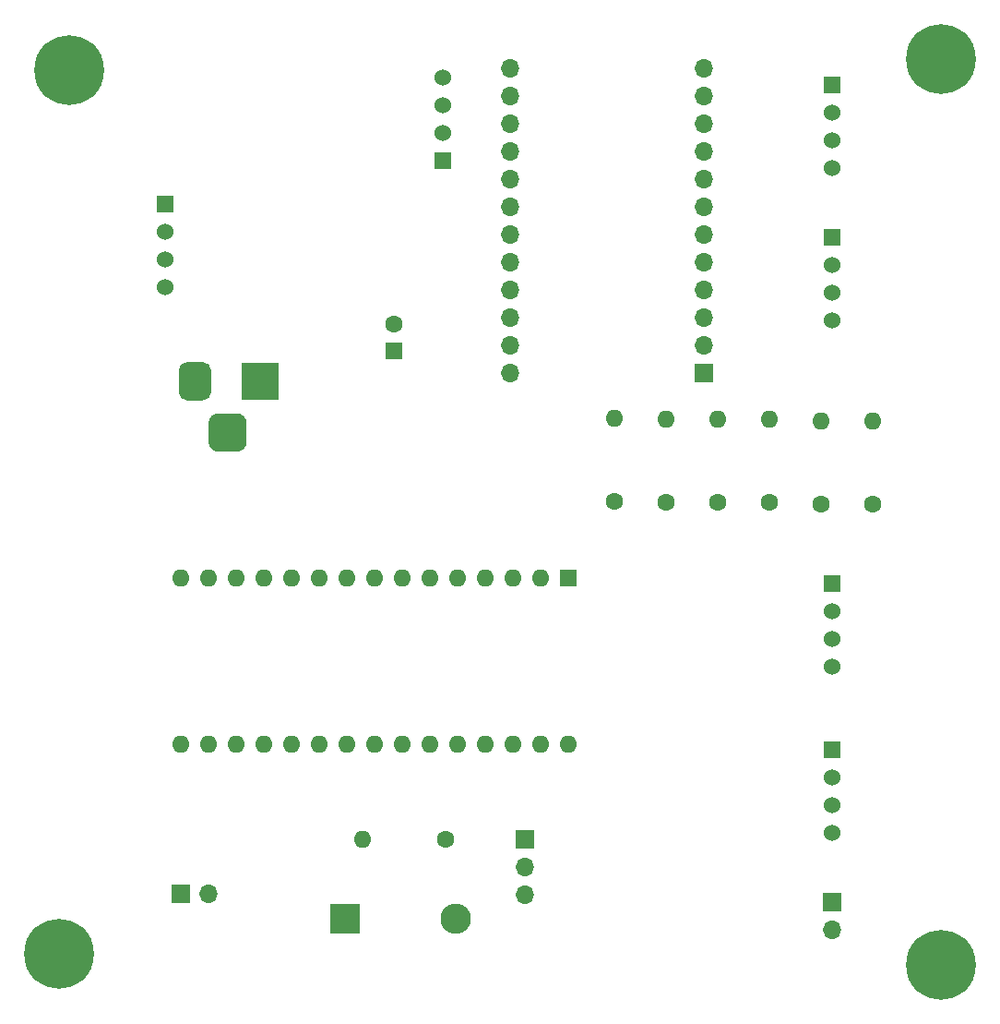
<source format=gbr>
%TF.GenerationSoftware,KiCad,Pcbnew,(5.1.12)-1*%
%TF.CreationDate,2022-05-12T22:17:49+01:00*%
%TF.ProjectId,main_circuit,6d61696e-5f63-4697-9263-7569742e6b69,rev?*%
%TF.SameCoordinates,Original*%
%TF.FileFunction,Soldermask,Top*%
%TF.FilePolarity,Negative*%
%FSLAX46Y46*%
G04 Gerber Fmt 4.6, Leading zero omitted, Abs format (unit mm)*
G04 Created by KiCad (PCBNEW (5.1.12)-1) date 2022-05-12 22:17:49*
%MOMM*%
%LPD*%
G01*
G04 APERTURE LIST*
%ADD10C,6.400000*%
%ADD11R,1.524000X1.524000*%
%ADD12C,1.524000*%
%ADD13R,1.600000X1.600000*%
%ADD14O,1.600000X1.600000*%
%ADD15C,1.600000*%
%ADD16R,2.800000X2.800000*%
%ADD17O,2.800000X2.800000*%
%ADD18R,3.500000X3.500000*%
%ADD19O,1.700000X1.700000*%
%ADD20R,1.700000X1.700000*%
G04 APERTURE END LIST*
D10*
%TO.C,H4*%
X181000000Y-123000000D03*
%TD*%
%TO.C,H3*%
X181000000Y-40000000D03*
%TD*%
%TO.C,H2*%
X100000000Y-122000000D03*
%TD*%
%TO.C,H1*%
X101000000Y-41000000D03*
%TD*%
D11*
%TO.C,3.3vDC1*%
X109750000Y-53250000D03*
D12*
X109750000Y-55790000D03*
X109750000Y-58330000D03*
X109750000Y-60870000D03*
%TD*%
%TO.C,5vDC1*%
X135250000Y-41630000D03*
X135250000Y-44170000D03*
X135250000Y-46710000D03*
D11*
X135250000Y-49250000D03*
%TD*%
D13*
%TO.C,A1*%
X146750000Y-87500000D03*
D14*
X113730000Y-102740000D03*
X144210000Y-87500000D03*
X116270000Y-102740000D03*
X141670000Y-87500000D03*
X118810000Y-102740000D03*
X139130000Y-87500000D03*
X121350000Y-102740000D03*
X136590000Y-87500000D03*
X123890000Y-102740000D03*
X134050000Y-87500000D03*
X126430000Y-102740000D03*
X131510000Y-87500000D03*
X128970000Y-102740000D03*
X128970000Y-87500000D03*
X131510000Y-102740000D03*
X126430000Y-87500000D03*
X134050000Y-102740000D03*
X123890000Y-87500000D03*
X136590000Y-102740000D03*
X121350000Y-87500000D03*
X139130000Y-102740000D03*
X118810000Y-87500000D03*
X141670000Y-102740000D03*
X116270000Y-87500000D03*
X144210000Y-102740000D03*
X113730000Y-87500000D03*
X146750000Y-102740000D03*
X111190000Y-87500000D03*
X111190000Y-102740000D03*
%TD*%
D13*
%TO.C,C1*%
X130750000Y-66750000D03*
D15*
X130750000Y-64250000D03*
%TD*%
D16*
%TO.C,D2*%
X126250000Y-118750000D03*
D17*
X136410000Y-118750000D03*
%TD*%
D18*
%TO.C,J1*%
X118500000Y-69500000D03*
G36*
G01*
X111000000Y-70500000D02*
X111000000Y-68500000D01*
G75*
G02*
X111750000Y-67750000I750000J0D01*
G01*
X113250000Y-67750000D01*
G75*
G02*
X114000000Y-68500000I0J-750000D01*
G01*
X114000000Y-70500000D01*
G75*
G02*
X113250000Y-71250000I-750000J0D01*
G01*
X111750000Y-71250000D01*
G75*
G02*
X111000000Y-70500000I0J750000D01*
G01*
G37*
G36*
G01*
X113750000Y-75075000D02*
X113750000Y-73325000D01*
G75*
G02*
X114625000Y-72450000I875000J0D01*
G01*
X116375000Y-72450000D01*
G75*
G02*
X117250000Y-73325000I0J-875000D01*
G01*
X117250000Y-75075000D01*
G75*
G02*
X116375000Y-75950000I-875000J0D01*
G01*
X114625000Y-75950000D01*
G75*
G02*
X113750000Y-75075000I0J875000D01*
G01*
G37*
%TD*%
D19*
%TO.C,MUX1*%
X141470000Y-40810000D03*
X141470000Y-43350000D03*
X141470000Y-45890000D03*
X141470000Y-48430000D03*
X141470000Y-50970000D03*
X141470000Y-53510000D03*
X141470000Y-56050000D03*
X141470000Y-58590000D03*
X141470000Y-61130000D03*
X141470000Y-63670000D03*
X141470000Y-66210000D03*
X141470000Y-68750000D03*
X159250000Y-40810000D03*
X159250000Y-43350000D03*
X159250000Y-45890000D03*
X159250000Y-48430000D03*
X159250000Y-50970000D03*
X159250000Y-53510000D03*
X159250000Y-56050000D03*
X159250000Y-58590000D03*
X159250000Y-61130000D03*
X159250000Y-63670000D03*
X159250000Y-66210000D03*
D20*
X159250000Y-68750000D03*
%TD*%
D12*
%TO.C,Pabd1*%
X171000000Y-49910000D03*
X171000000Y-47370000D03*
X171000000Y-44830000D03*
D11*
X171000000Y-42290000D03*
%TD*%
%TO.C,Pblad1*%
X171000000Y-56290000D03*
D12*
X171000000Y-58830000D03*
X171000000Y-61370000D03*
X171000000Y-63910000D03*
%TD*%
D20*
%TO.C,Q1*%
X142750000Y-111500000D03*
D19*
X142750000Y-114040000D03*
X142750000Y-116580000D03*
%TD*%
D15*
%TO.C,R1*%
X135500000Y-111500000D03*
D14*
X127880000Y-111500000D03*
%TD*%
D15*
%TO.C,R2*%
X151000000Y-80500000D03*
D14*
X151000000Y-72880000D03*
%TD*%
D15*
%TO.C,R3*%
X155750000Y-80620000D03*
D14*
X155750000Y-73000000D03*
%TD*%
%TO.C,R4*%
X160500000Y-73000000D03*
D15*
X160500000Y-80620000D03*
%TD*%
%TO.C,R5*%
X165250000Y-80620000D03*
D14*
X165250000Y-73000000D03*
%TD*%
%TO.C,R6*%
X170000000Y-73130000D03*
D15*
X170000000Y-80750000D03*
%TD*%
D14*
%TO.C,R7*%
X174750000Y-73130000D03*
D15*
X174750000Y-80750000D03*
%TD*%
D20*
%TO.C,SW1*%
X111250000Y-116500000D03*
D19*
X113790000Y-116500000D03*
%TD*%
D11*
%TO.C,U1*%
X171000000Y-88040000D03*
D12*
X171000000Y-90580000D03*
X171000000Y-93120000D03*
X171000000Y-95660000D03*
%TD*%
%TO.C,U2*%
X171000000Y-110910000D03*
X171000000Y-108370000D03*
X171000000Y-105830000D03*
D11*
X171000000Y-103290000D03*
%TD*%
D20*
%TO.C,Motor1*%
X171000000Y-117250000D03*
D19*
X171000000Y-119790000D03*
%TD*%
M02*

</source>
